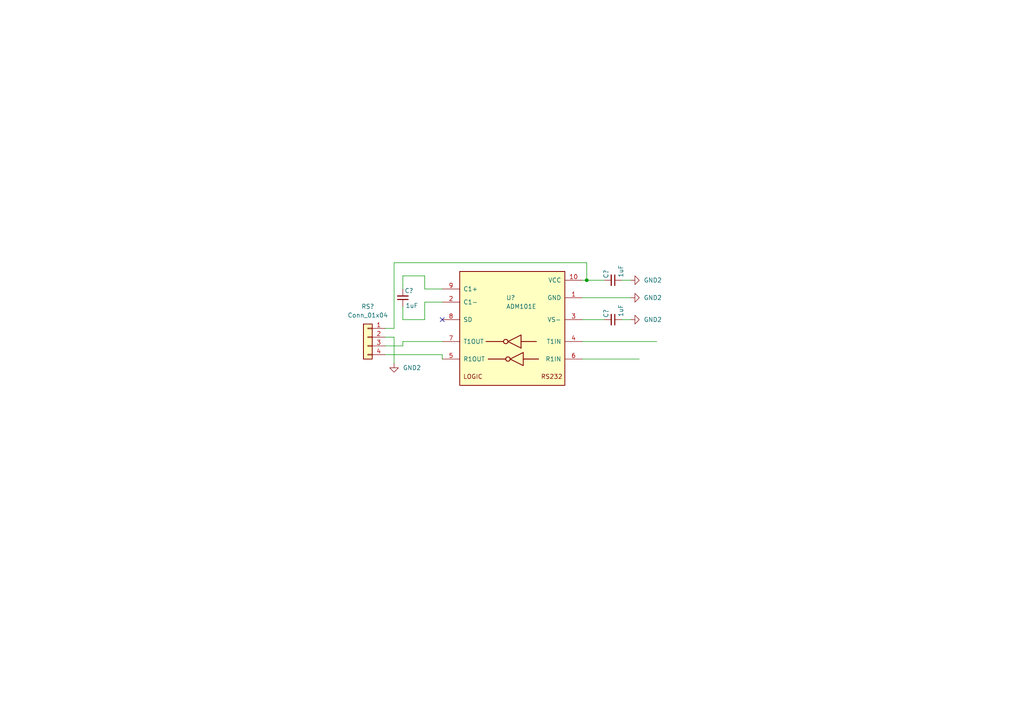
<source format=kicad_sch>
(kicad_sch (version 20211123) (generator eeschema)
  (paper "A4")
  (lib_symbols
    (symbol "Connector_Generic:Conn_01x04" (pin_names (offset 1.016) hide)
      (property "Reference" "J" (at 0 5.08 0))
      (property "Value" "Conn_01x04" (at 0 -7.62 0))
      (symbol "Conn_01x04_1_1"
        (rectangle (start -1.27 -4.953) (end 0 -5.207) (stroke (width 0.1524)))
        (rectangle (start -1.27 -2.413) (end 0 -2.667) (stroke (width 0.1524)))
        (rectangle (start -1.27 0.127) (end 0 -0.127) (stroke (width 0.1524)))
        (rectangle (start -1.27 2.667) (end 0 2.413) (stroke (width 0.1524)))
        (rectangle (start -1.27 3.81) (end 1.27 -6.35) (stroke (width 0.254)) (fill (type background)))
        (pin passive line (at -5.08 2.54 0) (length 3.81) (name "Pin_1") (number "1"))
        (pin passive line (at -5.08 0 0) (length 3.81) (name "Pin_2") (number "2"))
        (pin passive line (at -5.08 -2.54 0) (length 3.81) (name "Pin_3") (number "3"))
        (pin passive line (at -5.08 -5.08 0) (length 3.81) (name "Pin_4") (number "4"))
      )
    )
    (symbol "Device:C_Small" (pin_numbers hide) (pin_names (offset 0.254) hide)
      (property "Reference" "C" (at 0.254 1.778 0))
      (property "Value" "C_Small" (at 0.254 -2.032 0))
      (symbol "C_Small_0_1"
        (polyline (pts (xy -1.524 -0.508) (xy 1.524 -0.508)) (stroke (width 0.3302)))
        (polyline (pts (xy -1.524 0.508) (xy 1.524 0.508)) (stroke (width 0.3048)))
      )
      (symbol "C_Small_1_1"
        (pin passive line (at 0 2.54 270) (length 2.032) (name "~") (number "1"))
        (pin passive line (at 0 -2.54 90) (length 2.032) (name "~") (number "2"))
      )
    )
    (symbol "Interface_UART:ADM101E" (pin_names (offset 1.016))
      (property "Reference" "U?" (at -1.7906 0 0))
      (property "Value" "ADM101E" (at -1.7906 -2.54 0))
      (symbol "ADM101E_0_0"
        (text "LOGIC" (at -11.43 -22.86 0) (effects (font (size 1.27 1.27))))
        (text "RS232" (at 11.43 -22.86 0) (effects (font (size 1.27 1.27))))
      )
      (symbol "ADM101E_0_1"
        (rectangle (start -15.24 7.62) (end 15.24 -25.4) (stroke (width 0.254)) (fill (type background)))
        (circle (center -1.905 -12.7) (radius 0.635) (stroke (width 0.254)))
        (circle (center -1.27 -17.78) (radius 0.635) (stroke (width 0.254)))
        (polyline (pts (xy -2.54 -12.7) (xy -7.62 -12.7)) (stroke (width 0.254)))
        (polyline (pts (xy -1.905 -17.78) (xy -6.985 -17.78)) (stroke (width 0.254)))
        (polyline (pts (xy 2.54 -12.7) (xy 6.985 -12.7)) (stroke (width 0.254)))
        (polyline (pts (xy 3.175 -17.78) (xy 7.62 -17.78)) (stroke (width 0.254)))
        (polyline (pts (xy 2.54 -14.605) (xy 2.54 -10.795) (xy -1.27 -12.7) (xy 2.54 -14.605)) (stroke (width 0.254)))
        (polyline (pts (xy 3.175 -15.875) (xy 3.175 -19.685) (xy -0.635 -17.78) (xy 3.175 -15.875)) (stroke (width 0.254)))
      )
      (symbol "ADM101E_1_1"
        (pin power_in line (at 20.32 0 180) (length 5.08) (name "GND") (number "1"))
        (pin power_in line (at 20.32 5.08 180) (length 5.08) (name "VCC") (number "10"))
        (pin passive line (at -20.32 -1.27 0) (length 5.08) (name "C1-") (number "2"))
        (pin power_out line (at 20.32 -6.35 180) (length 5.08) (name "VS-") (number "3"))
        (pin input line (at 20.32 -12.7 180) (length 5.08) (name "T1IN") (number "4"))
        (pin output line (at -20.32 -17.78 0) (length 5.08) (name "R1OUT") (number "5"))
        (pin input line (at 20.32 -17.78 180) (length 5.08) (name "R1IN") (number "6"))
        (pin output line (at -20.32 -12.7 0) (length 5.08) (name "T1OUT") (number "7"))
        (pin input line (at -20.32 -6.35 0) (length 5.08) (name "SD") (number "8"))
        (pin passive line (at -20.32 2.54 0) (length 5.08) (name "C1+") (number "9"))
      )
    )
    (symbol "power:GND2" (power) (pin_names (offset 0))
      (property "Value" "GND2" (at 0 -3.81 0))
      (symbol "GND2_0_1"
        (polyline (pts (xy 0 0) (xy 0 -1.27) (xy 1.27 -1.27) (xy 0 -2.54) (xy -1.27 -1.27) (xy 0 -1.27)))
      )
      (symbol "GND2_1_1"
        (pin power_in line (at 0 0 270) (length 0) hide (name "GND2") (number "1"))
      )
    )
  )
  (junction (at 170.18 81.28))
  (no_connect (at 128.27 92.71))
  (wire (pts (xy 168.91 86.36) (xy 182.88 86.36)))
  (wire (pts (xy 168.91 99.06) (xy 190.5 99.06)))
  (wire (pts (xy 114.3 95.25) (xy 114.3 76.2)))
  (wire (pts (xy 123.19 80.01) (xy 116.84 80.01)))
  (wire (pts (xy 123.19 92.71) (xy 116.84 92.71)))
  (wire (pts (xy 168.91 92.71) (xy 175.26 92.71)))
  (wire (pts (xy 123.19 83.82) (xy 123.19 80.01)))
  (wire (pts (xy 128.27 87.63) (xy 123.19 87.63)))
  (wire (pts (xy 128.27 102.87) (xy 128.27 104.14)))
  (wire (pts (xy 114.3 105.41) (xy 114.3 97.79)))
  (wire (pts (xy 116.84 92.71) (xy 116.84 88.9)))
  (wire (pts (xy 123.19 87.63) (xy 123.19 92.71)))
  (wire (pts (xy 168.91 81.28) (xy 170.18 81.28)))
  (wire (pts (xy 168.91 104.14) (xy 185.42 104.14)))
  (wire (pts (xy 116.84 100.33) (xy 111.76 100.33)))
  (wire (pts (xy 114.3 76.2) (xy 170.18 76.2)))
  (wire (pts (xy 180.34 92.71) (xy 182.88 92.71)))
  (wire (pts (xy 116.84 80.01) (xy 116.84 83.82)))
  (wire (pts (xy 128.27 99.06) (xy 116.84 99.06)))
  (wire (pts (xy 170.18 76.2) (xy 170.18 81.28)))
  (wire (pts (xy 114.3 97.79) (xy 111.76 97.79)))
  (wire (pts (xy 111.76 102.87) (xy 128.27 102.87)))
  (wire (pts (xy 128.27 83.82) (xy 123.19 83.82)))
  (wire (pts (xy 170.18 81.28) (xy 175.26 81.28)))
  (wire (pts (xy 180.34 81.28) (xy 182.88 81.28)))
  (wire (pts (xy 116.84 99.06) (xy 116.84 100.33)))
  (wire (pts (xy 111.76 95.25) (xy 114.3 95.25)))
  (symbol (lib_id "power:GND2") (at 182.88 86.36 90) (unit 1)
    (property "Reference" "#PWR?" (effects hide))
    (property "Value" "GND2" (at 186.69 86.3599 90) (effects (justify right)))
  )
  (symbol (lib_id "Device:C_Small") (at 177.8 81.28 270) (unit 1)
    (property "Reference" "C?" (at 175.768 80.772 0) (effects (justify right)))
    (property "Value" "1uF" (at 180.086 80.518 0) (effects (justify right)))
    (property "Footprint" "Capacitor_SMD:C_0402_1005Metric_Pad0.74x0.62mm_HandSolder" (effects hide))
  )
  (symbol (lib_id "Device:C_Small") (at 116.84 86.36 180) (unit 1)
    (property "Reference" "C?" (at 117.348 84.328 0) (effects (justify right)))
    (property "Value" "1uF" (at 117.602 88.646 0) (effects (justify right)))
    (property "Footprint" "Capacitor_SMD:C_0402_1005Metric_Pad0.74x0.62mm_HandSolder" (effects hide))
  )
  (symbol (lib_id "Connector_Generic:Conn_01x04") (at 106.68 97.79 0) (mirror y) (unit 1)
    (property "Reference" "RS?" (at 106.68 88.9 0))
    (property "Value" "Conn_01x04" (at 106.68 91.44 0))
    (property "Footprint" "Connector_JST:JST_PH_S4B-PH-SM4-TB_1x04-1MP_P2.00mm_Horizontal" (effects hide))
  )
  (symbol (lib_id "power:GND2") (at 182.88 92.71 90) (unit 1)
    (property "Reference" "#PWR?" (effects hide))
    (property "Value" "GND2" (at 186.69 92.7099 90) (effects (justify right)))
  )
  (symbol (lib_id "power:GND2") (at 182.88 81.28 90) (unit 1)
    (property "Reference" "#PWR?" (effects hide))
    (property "Value" "GND2" (at 186.69 81.2799 90) (effects (justify right)))
  )
  (symbol (lib_id "Device:C_Small") (at 177.8 92.71 270) (unit 1)
    (property "Reference" "C?" (at 175.768 92.202 0) (effects (justify right)))
    (property "Value" "1uF" (at 180.086 91.948 0) (effects (justify right)))
    (property "Footprint" "Capacitor_SMD:C_0402_1005Metric_Pad0.74x0.62mm_HandSolder" (effects hide))
  )
  (symbol (lib_id "power:GND2") (at 114.3 105.41 0) (unit 1)
    (property "Reference" "#PWR?" (effects hide))
    (property "Value" "GND2" (at 116.84 106.6799 0) (effects (justify left)))
  )
  (symbol (lib_id "Interface_UART:ADM101E") (at 148.59 86.36 0) (unit 1)
    (property "Reference" "U?" (at 146.7994 86.36 0) (effects (justify left)))
    (property "Value" "ADM101E" (at 146.7994 88.9 0) (effects (justify left)))
    (property "Footprint" "Package_SO:MSOP-10_3x3mm_P0.5mm" (effects hide))
    (property "Datasheet" "https://www.analog.com/media/en/technical-documentation/data-sheets/ADM101E.pdf" (effects hide))
  )
)
</source>
